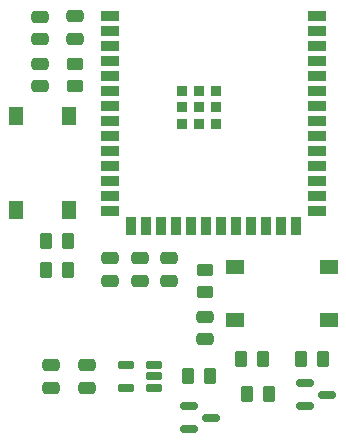
<source format=gtp>
%TF.GenerationSoftware,KiCad,Pcbnew,8.0.1*%
%TF.CreationDate,2024-04-01T15:32:46-05:00*%
%TF.ProjectId,ece445_headset,65636534-3435-45f6-9865-61647365742e,rev?*%
%TF.SameCoordinates,Original*%
%TF.FileFunction,Paste,Top*%
%TF.FilePolarity,Positive*%
%FSLAX46Y46*%
G04 Gerber Fmt 4.6, Leading zero omitted, Abs format (unit mm)*
G04 Created by KiCad (PCBNEW 8.0.1) date 2024-04-01 15:32:46*
%MOMM*%
%LPD*%
G01*
G04 APERTURE LIST*
G04 Aperture macros list*
%AMRoundRect*
0 Rectangle with rounded corners*
0 $1 Rounding radius*
0 $2 $3 $4 $5 $6 $7 $8 $9 X,Y pos of 4 corners*
0 Add a 4 corners polygon primitive as box body*
4,1,4,$2,$3,$4,$5,$6,$7,$8,$9,$2,$3,0*
0 Add four circle primitives for the rounded corners*
1,1,$1+$1,$2,$3*
1,1,$1+$1,$4,$5*
1,1,$1+$1,$6,$7*
1,1,$1+$1,$8,$9*
0 Add four rect primitives between the rounded corners*
20,1,$1+$1,$2,$3,$4,$5,0*
20,1,$1+$1,$4,$5,$6,$7,0*
20,1,$1+$1,$6,$7,$8,$9,0*
20,1,$1+$1,$8,$9,$2,$3,0*%
G04 Aperture macros list end*
%ADD10RoundRect,0.250000X-0.475000X0.250000X-0.475000X-0.250000X0.475000X-0.250000X0.475000X0.250000X0*%
%ADD11RoundRect,0.250000X0.475000X-0.250000X0.475000X0.250000X-0.475000X0.250000X-0.475000X-0.250000X0*%
%ADD12RoundRect,0.250000X0.262500X0.450000X-0.262500X0.450000X-0.262500X-0.450000X0.262500X-0.450000X0*%
%ADD13RoundRect,0.060000X0.615000X-0.240000X0.615000X0.240000X-0.615000X0.240000X-0.615000X-0.240000X0*%
%ADD14RoundRect,0.250000X-0.262500X-0.450000X0.262500X-0.450000X0.262500X0.450000X-0.262500X0.450000X0*%
%ADD15RoundRect,0.250000X-0.450000X0.262500X-0.450000X-0.262500X0.450000X-0.262500X0.450000X0.262500X0*%
%ADD16R,1.550000X1.300000*%
%ADD17R,1.300000X1.550000*%
%ADD18R,1.498600X0.889000*%
%ADD19R,0.889000X1.498600*%
%ADD20R,0.889000X0.889000*%
%ADD21RoundRect,0.150000X-0.587500X-0.150000X0.587500X-0.150000X0.587500X0.150000X-0.587500X0.150000X0*%
G04 APERTURE END LIST*
D10*
%TO.C,C4*%
X84470000Y-68500000D03*
X84470000Y-70400000D03*
%TD*%
%TO.C,C5*%
X82000000Y-68500000D03*
X82000000Y-70400000D03*
%TD*%
D11*
%TO.C,C6*%
X79000000Y-49900000D03*
X79000000Y-48000000D03*
%TD*%
D12*
%TO.C,R3*%
X94912500Y-77000000D03*
X93087500Y-77000000D03*
%TD*%
%TO.C,R1*%
X78412500Y-69500000D03*
X76587500Y-69500000D03*
%TD*%
%TO.C,R4*%
X78412500Y-67000000D03*
X76587500Y-67000000D03*
%TD*%
D11*
%TO.C,C9*%
X77000000Y-79450000D03*
X77000000Y-77550000D03*
%TD*%
D13*
%TO.C,U3*%
X85685000Y-79450000D03*
X85685000Y-78500000D03*
X85685000Y-77550000D03*
X83315000Y-77550000D03*
X83315000Y-79450000D03*
%TD*%
D14*
%TO.C,R2*%
X93587500Y-80000000D03*
X95412500Y-80000000D03*
%TD*%
D15*
%TO.C,R8*%
X90000000Y-69500000D03*
X90000000Y-71325000D03*
%TD*%
%TO.C,R7*%
X79000000Y-52087500D03*
X79000000Y-53912500D03*
%TD*%
D11*
%TO.C,C7*%
X76000000Y-49950000D03*
X76000000Y-48050000D03*
%TD*%
%TO.C,C2*%
X76000000Y-53950000D03*
X76000000Y-52050000D03*
%TD*%
D16*
%TO.C,SW2*%
X100475000Y-73750000D03*
X92525000Y-73750000D03*
X100475000Y-69250000D03*
X92525000Y-69250000D03*
%TD*%
D10*
%TO.C,C3*%
X90000000Y-73462500D03*
X90000000Y-75362500D03*
%TD*%
D17*
%TO.C,SW1*%
X78500000Y-56500000D03*
X78500000Y-64450000D03*
X74000000Y-56500000D03*
X74000000Y-64450000D03*
%TD*%
D18*
%TO.C,U2*%
X82000000Y-48000000D03*
X82000000Y-49270000D03*
X82000000Y-50540000D03*
X82000000Y-51810000D03*
X82000000Y-53080000D03*
X82000000Y-54350000D03*
X82000000Y-55620000D03*
X82000000Y-56890000D03*
X82000000Y-58160000D03*
X82000000Y-59430000D03*
X82000000Y-60700000D03*
X82000000Y-61970000D03*
X82000000Y-63240000D03*
X82000000Y-64510000D03*
D19*
X83765000Y-65760000D03*
X85035000Y-65760000D03*
X86305000Y-65760000D03*
X87575000Y-65760000D03*
X88845000Y-65760000D03*
X90115000Y-65760000D03*
X91385000Y-65760000D03*
X92655000Y-65760000D03*
X93925000Y-65760000D03*
X95195000Y-65760000D03*
X96465000Y-65760000D03*
X97735000Y-65760000D03*
D18*
X99500000Y-64510000D03*
X99500000Y-63240000D03*
X99500000Y-61970000D03*
X99500000Y-60700000D03*
X99500000Y-59430000D03*
X99500000Y-58160000D03*
X99500000Y-56890000D03*
X99500000Y-55620000D03*
X99500000Y-54350000D03*
X99500000Y-53080000D03*
X99500000Y-51810000D03*
X99500000Y-50540000D03*
X99500000Y-49270000D03*
X99500000Y-48000000D03*
D20*
X89500000Y-55720000D03*
X89500000Y-54320000D03*
X88100000Y-54320000D03*
X88100000Y-55720000D03*
X88100000Y-57120000D03*
X89500000Y-57120000D03*
X90900000Y-57120000D03*
X90900000Y-55720000D03*
X90900000Y-54320000D03*
%TD*%
D11*
%TO.C,C8*%
X80000000Y-79450000D03*
X80000000Y-77550000D03*
%TD*%
D21*
%TO.C,Q1*%
X98500000Y-79100000D03*
X98500000Y-81000000D03*
X100375000Y-80050000D03*
%TD*%
D12*
%TO.C,R6*%
X90412500Y-78500000D03*
X88587500Y-78500000D03*
%TD*%
%TO.C,R5*%
X100000000Y-77000000D03*
X98175000Y-77000000D03*
%TD*%
D21*
%TO.C,Q2*%
X88625000Y-81050000D03*
X88625000Y-82950000D03*
X90500000Y-82000000D03*
%TD*%
D10*
%TO.C,C1*%
X87000000Y-68500000D03*
X87000000Y-70400000D03*
%TD*%
M02*

</source>
